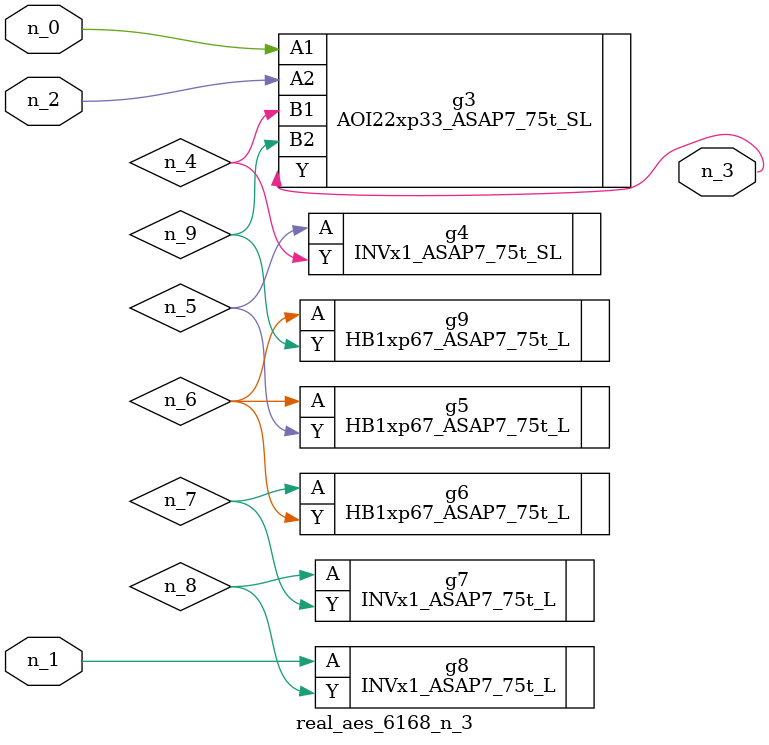
<source format=v>
module real_aes_6168_n_3 (n_0, n_2, n_1, n_3);
input n_0;
input n_2;
input n_1;
output n_3;
wire n_4;
wire n_5;
wire n_7;
wire n_9;
wire n_6;
wire n_8;
AOI22xp33_ASAP7_75t_SL g3 ( .A1(n_0), .A2(n_2), .B1(n_4), .B2(n_9), .Y(n_3) );
INVx1_ASAP7_75t_L g8 ( .A(n_1), .Y(n_8) );
INVx1_ASAP7_75t_SL g4 ( .A(n_5), .Y(n_4) );
HB1xp67_ASAP7_75t_L g5 ( .A(n_6), .Y(n_5) );
HB1xp67_ASAP7_75t_L g9 ( .A(n_6), .Y(n_9) );
HB1xp67_ASAP7_75t_L g6 ( .A(n_7), .Y(n_6) );
INVx1_ASAP7_75t_L g7 ( .A(n_8), .Y(n_7) );
endmodule
</source>
